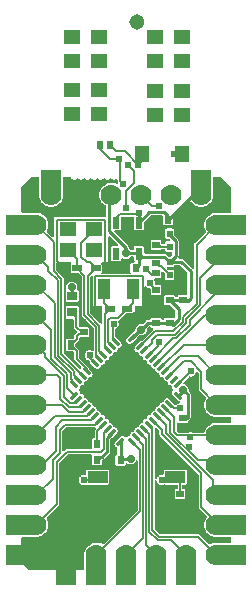
<source format=gtl>
%FSLAX36Y36*%
%MOIN*%

%AMMACRO1*21,1,$1,$2,0,0,$3*%
%AMMACRO2*1,1,$1,$2,$3*1,1,$1,$4,$5*20,1,$1,$2,$3,$4,$5,0*%
%ADD10C,0.0050*%
%ADD11C,0.0100*%
%ADD12C,0.0060*%
%ADD13C,0.0070*%
%ADD14C,0.0080*%
%ADD15C,0.0200*%
%ADD16R,0.0700X0.0500*%
%ADD17R,0.0571X0.0457*%
%ADD18R,0.0256X0.0236*%
%ADD19R,0.0236X0.0256*%
%ADD20MACRO1,0.0213X0.0311X-90.0000*%
%ADD21MACRO1,0.0213X0.0311X90.0000*%
%ADD22MACRO1,0.0213X0.0311X0.0000*%
%ADD23R,0.0213X0.0311*%
%ADD24R,0.0340X0.0315*%
%ADD25R,0.0236X0.0394*%
%ADD26R,0.0197X0.0236*%
%ADD27R,0.0669X0.0394*%
%ADD28MACRO2,0.011X-0.0086X0.0086X0.0086X-0.0086*%
%ADD29MACRO2,0.011X-0.0086X-0.0086X0.0086X0.0086*%
%ADD30MACRO1,0.2165X0.2165X-135.0000*%
%ADD31R,0.0551X0.0472*%
%ADD32R,0.0394X0.0709*%
%ADD33R,0.0472X0.0551*%
%ADD34C,0.0514*%
%ADD35C,0.0700*%
%ADD36R,0.1000X0.0700*%
%ADD37R,0.0700X0.1000*%
%ADD38C,0.0240*%
%ADD39C,0.0280*%
%ADD40C,0.0138*%

%LPD*%
G36*
X206000Y-771740D02*
G01*
X204460Y-771440D01*
X203180Y-770580D01*
X186780Y-754200D01*
X185880Y-752800D01*
X185620Y-751160D01*
X186040Y-749560D01*
X188000Y-745699D01*
X189760Y-740620D01*
X190840Y-735360D01*
X191200Y-730000D01*
X190840Y-724640D01*
X189760Y-719380D01*
X188000Y-714300D01*
X185580Y-709520D01*
X182540Y-705100D01*
X178939Y-701100D01*
X174840Y-697640D01*
X170320Y-694760D01*
X165440Y-692500D01*
X160320Y-690900D01*
X155020Y-690020D01*
X149740Y-689800D01*
X105200Y-689800D01*
X103660Y-689500D01*
X102380Y-688620D01*
X101500Y-687340D01*
X101199Y-685800D01*
X101199Y-606740D01*
X101500Y-605200D01*
X102380Y-603920D01*
X134920Y-571380D01*
X136200Y-570500D01*
X137740Y-570200D01*
X155800Y-570200D01*
X157340Y-570500D01*
X158620Y-571380D01*
X159500Y-572660D01*
X159800Y-574200D01*
X159800Y-629740D01*
X160000Y-631300D01*
X160799Y-633140D01*
X161100Y-634200D01*
X161620Y-638000D01*
X163039Y-643180D01*
X165120Y-648120D01*
X167860Y-652740D01*
X171200Y-656960D01*
X175060Y-660699D01*
X179380Y-663880D01*
X184080Y-666460D01*
X189100Y-668379D01*
X194320Y-669640D01*
X199660Y-670160D01*
X205020Y-669980D01*
X210320Y-669100D01*
X215440Y-667500D01*
X220320Y-665240D01*
X224840Y-662360D01*
X228939Y-658900D01*
X232540Y-654900D01*
X235580Y-650480D01*
X238000Y-645699D01*
X239760Y-640620D01*
X240840Y-635360D01*
X241200Y-630000D01*
X240840Y-624640D01*
X240280Y-621920D01*
X240200Y-621120D01*
X240200Y-574200D01*
X240500Y-572660D01*
X241380Y-571380D01*
X242659Y-570500D01*
X244200Y-570200D01*
X263820Y-570200D01*
X265420Y-570540D01*
X266740Y-571480D01*
X267600Y-572880D01*
X267940Y-573840D01*
X269260Y-575960D01*
X271040Y-577740D01*
X273160Y-579060D01*
X275520Y-579900D01*
X278000Y-580180D01*
X280480Y-579900D01*
X282840Y-579060D01*
X284960Y-577740D01*
X286180Y-576540D01*
X287460Y-575660D01*
X289000Y-575360D01*
X290540Y-575660D01*
X291820Y-576540D01*
X293040Y-577740D01*
X295160Y-579060D01*
X297520Y-579900D01*
X300000Y-580180D01*
X302480Y-579900D01*
X304840Y-579060D01*
X306960Y-577740D01*
X308180Y-576540D01*
X309460Y-575660D01*
X311000Y-575360D01*
X312540Y-575660D01*
X313820Y-576540D01*
X315040Y-577740D01*
X317160Y-579060D01*
X319520Y-579900D01*
X322000Y-580180D01*
X324480Y-579900D01*
X326840Y-579060D01*
X328960Y-577740D01*
X330180Y-576540D01*
X331460Y-575660D01*
X333000Y-575360D01*
X334540Y-575660D01*
X335820Y-576540D01*
X337040Y-577740D01*
X339159Y-579060D01*
X341520Y-579900D01*
X344000Y-580180D01*
X346480Y-579900D01*
X348840Y-579060D01*
X350959Y-577740D01*
X352180Y-576540D01*
X353459Y-575660D01*
X355000Y-575360D01*
X356540Y-575660D01*
X357819Y-576540D01*
X359040Y-577740D01*
X361160Y-579060D01*
X363519Y-579900D01*
X366000Y-580180D01*
X368480Y-579900D01*
X370840Y-579060D01*
X372960Y-577740D01*
X374180Y-576540D01*
X375460Y-575660D01*
X377000Y-575360D01*
X378540Y-575660D01*
X379820Y-576540D01*
X381040Y-577740D01*
X383160Y-579060D01*
X385520Y-579900D01*
X388000Y-580180D01*
X390480Y-579900D01*
X392840Y-579060D01*
X394960Y-577740D01*
X396180Y-576540D01*
X397460Y-575660D01*
X399000Y-575360D01*
X400540Y-575660D01*
X401820Y-576540D01*
X403040Y-577740D01*
X405160Y-579060D01*
X407520Y-579900D01*
X410000Y-580180D01*
X412480Y-579900D01*
X414840Y-579060D01*
X415680Y-578560D01*
X417260Y-577980D01*
X418960Y-578100D01*
X420439Y-578920D01*
X421440Y-580280D01*
X421800Y-581940D01*
X421800Y-582760D01*
X422060Y-584960D01*
X422780Y-586820D01*
X423400Y-587740D01*
X424000Y-589180D01*
X423980Y-590980D01*
X423440Y-592320D01*
X422480Y-593400D01*
X421200Y-594060D01*
X419760Y-594200D01*
X418360Y-593840D01*
X415439Y-592500D01*
X410319Y-590900D01*
X405020Y-590020D01*
X399660Y-589840D01*
X394320Y-590360D01*
X389099Y-591620D01*
X384080Y-593540D01*
X379380Y-596120D01*
X375060Y-599300D01*
X371200Y-603040D01*
X367860Y-607260D01*
X365120Y-611880D01*
X363040Y-616820D01*
X361620Y-622000D01*
X360900Y-627320D01*
X360900Y-632680D01*
X361620Y-638000D01*
X363040Y-643180D01*
X365120Y-648120D01*
X367860Y-652740D01*
X371200Y-656960D01*
X375060Y-660699D01*
X379380Y-663880D01*
X381719Y-665160D01*
X382819Y-666060D01*
X383540Y-667280D01*
X383800Y-668680D01*
X383800Y-701000D01*
X383500Y-702540D01*
X382620Y-703820D01*
X381340Y-704700D01*
X379799Y-705000D01*
X210400Y-705000D01*
X210000Y-705400D01*
X210000Y-767740D01*
X209700Y-769280D01*
X208820Y-770580D01*
X207540Y-771440D01*
G37*

%LPD*%
G36*
X672800Y-876720D02*
G01*
X671260Y-876420D01*
X669980Y-875540D01*
X640600Y-846160D01*
X638720Y-844659D01*
X636660Y-843680D01*
X634440Y-843180D01*
X633180Y-843100D01*
X627940Y-843100D01*
X626400Y-842780D01*
X625080Y-841900D01*
X624220Y-840580D01*
X623940Y-839040D01*
X624280Y-837500D01*
X624940Y-835620D01*
X625200Y-833240D01*
X625200Y-783460D01*
X624940Y-781080D01*
X624180Y-778920D01*
X622960Y-777000D01*
X622140Y-776060D01*
X611220Y-765140D01*
X610340Y-763840D01*
X610040Y-762320D01*
X610040Y-747860D01*
X609840Y-746260D01*
X609320Y-745020D01*
X608500Y-743940D01*
X607420Y-743120D01*
X606180Y-742600D01*
X604580Y-742400D01*
X585420Y-742400D01*
X583820Y-742600D01*
X582580Y-743120D01*
X581500Y-743940D01*
X580680Y-745020D01*
X580160Y-746260D01*
X579960Y-747860D01*
X579960Y-770960D01*
X580160Y-772560D01*
X580680Y-773800D01*
X581500Y-774880D01*
X582580Y-775699D01*
X583820Y-776220D01*
X585420Y-776420D01*
X591980Y-776420D01*
X593520Y-776720D01*
X594820Y-777600D01*
X596100Y-778880D01*
X596980Y-780180D01*
X597280Y-781700D01*
X596980Y-783240D01*
X596100Y-784539D01*
X594800Y-785400D01*
X593280Y-785699D01*
X585420Y-785699D01*
X583820Y-785920D01*
X582580Y-786440D01*
X581500Y-787260D01*
X580680Y-788319D01*
X580180Y-789560D01*
X579920Y-791520D01*
X579500Y-792880D01*
X578600Y-794020D01*
X577380Y-794760D01*
X575960Y-795020D01*
X572000Y-795020D01*
X570460Y-794700D01*
X569160Y-793840D01*
X568300Y-792540D01*
X568000Y-791020D01*
X568000Y-785160D01*
X567780Y-783560D01*
X567260Y-782300D01*
X566440Y-781240D01*
X565380Y-780420D01*
X564140Y-779900D01*
X562540Y-779700D01*
X537460Y-779700D01*
X535860Y-779900D01*
X534620Y-780420D01*
X533560Y-781240D01*
X532740Y-782300D01*
X532220Y-783560D01*
X532000Y-785160D01*
X532000Y-808240D01*
X532220Y-809840D01*
X532740Y-811100D01*
X533560Y-812159D01*
X534620Y-812980D01*
X535860Y-813500D01*
X537460Y-813720D01*
X562540Y-813720D01*
X564140Y-813500D01*
X565380Y-812980D01*
X567460Y-811140D01*
X568560Y-810600D01*
X569760Y-810420D01*
X575960Y-810420D01*
X577380Y-810680D01*
X578600Y-811420D01*
X579500Y-812540D01*
X579920Y-813920D01*
X580180Y-815879D01*
X580680Y-817120D01*
X581500Y-818180D01*
X582600Y-819020D01*
X583420Y-819760D01*
X600800Y-819720D01*
X602340Y-820040D01*
X603620Y-820900D01*
X604500Y-822200D01*
X604800Y-823720D01*
X604800Y-827460D01*
X604500Y-829000D01*
X603620Y-830300D01*
X598760Y-835160D01*
X597460Y-836040D01*
X595940Y-836340D01*
X594060Y-836340D01*
X592540Y-836040D01*
X591240Y-835160D01*
X584260Y-828280D01*
X582280Y-827000D01*
X581240Y-826000D01*
X579800Y-826180D01*
X577660Y-825980D01*
X513400Y-825980D01*
X511880Y-825680D01*
X510580Y-824820D01*
X509720Y-823520D01*
X509400Y-821979D01*
X509400Y-806760D01*
X509200Y-805160D01*
X508680Y-803920D01*
X507860Y-802840D01*
X506780Y-802020D01*
X505540Y-801520D01*
X503940Y-801300D01*
X480840Y-801300D01*
X479240Y-801520D01*
X478000Y-802020D01*
X476940Y-802840D01*
X476120Y-803920D01*
X475600Y-805160D01*
X475379Y-806760D01*
X475379Y-810800D01*
X475080Y-812340D01*
X474219Y-813620D01*
X472920Y-814500D01*
X471380Y-814800D01*
X468220Y-814800D01*
X467020Y-814620D01*
X465920Y-814060D01*
X465040Y-813220D01*
X464180Y-812080D01*
X461420Y-809560D01*
X460580Y-808480D01*
X460160Y-807200D01*
X459920Y-805699D01*
X459180Y-803580D01*
X457960Y-801640D01*
X457140Y-800699D01*
X411960Y-755540D01*
X411100Y-754240D01*
X410780Y-752700D01*
X411100Y-751180D01*
X411960Y-749880D01*
X413260Y-749000D01*
X414780Y-748700D01*
X429140Y-748700D01*
X430740Y-748500D01*
X432000Y-747980D01*
X433060Y-747159D01*
X433880Y-746080D01*
X434400Y-744840D01*
X434620Y-743240D01*
X434620Y-706700D01*
X434920Y-705160D01*
X435780Y-703880D01*
X437080Y-703000D01*
X438620Y-702700D01*
X471400Y-702700D01*
X472920Y-703000D01*
X474219Y-703880D01*
X475080Y-705160D01*
X475400Y-706700D01*
X475400Y-743240D01*
X475600Y-744840D01*
X476120Y-746100D01*
X476940Y-747159D01*
X478000Y-747980D01*
X479260Y-748500D01*
X480860Y-748700D01*
X503940Y-748700D01*
X505540Y-748500D01*
X506800Y-747980D01*
X507860Y-747159D01*
X508680Y-746100D01*
X509200Y-744840D01*
X509420Y-743240D01*
X509420Y-722860D01*
X509720Y-721340D01*
X510580Y-720040D01*
X531260Y-699380D01*
X532560Y-698500D01*
X534080Y-698199D01*
X568700Y-698199D01*
X570220Y-698500D01*
X571520Y-699380D01*
X572380Y-700660D01*
X572700Y-702200D01*
X572700Y-725540D01*
X572900Y-727140D01*
X573420Y-728379D01*
X574240Y-729440D01*
X575300Y-730260D01*
X576560Y-730780D01*
X578160Y-731000D01*
X601240Y-731000D01*
X602840Y-730780D01*
X604100Y-730260D01*
X605160Y-729440D01*
X605980Y-728379D01*
X606500Y-727140D01*
X606720Y-725540D01*
X606720Y-712080D01*
X607020Y-710540D01*
X607880Y-709240D01*
X663139Y-653980D01*
X664560Y-653060D01*
X666200Y-652820D01*
X667820Y-653259D01*
X669120Y-654320D01*
X671200Y-656960D01*
X675060Y-660699D01*
X679380Y-663880D01*
X684080Y-666460D01*
X689100Y-668379D01*
X694320Y-669640D01*
X699659Y-670160D01*
X705020Y-669980D01*
X710320Y-669100D01*
X715440Y-667500D01*
X720320Y-665240D01*
X724840Y-662360D01*
X728940Y-658900D01*
X732540Y-654900D01*
X735580Y-650480D01*
X738000Y-645699D01*
X739760Y-640620D01*
X740840Y-635360D01*
X741200Y-630000D01*
X740840Y-624640D01*
X740280Y-621920D01*
X740200Y-621120D01*
X740200Y-574200D01*
X740500Y-572660D01*
X741380Y-571380D01*
X742660Y-570500D01*
X744200Y-570200D01*
X764260Y-570200D01*
X765800Y-570500D01*
X767080Y-571380D01*
X799620Y-603920D01*
X800500Y-605200D01*
X800800Y-606740D01*
X800800Y-685800D01*
X800500Y-687340D01*
X799620Y-688620D01*
X798340Y-689500D01*
X796800Y-689800D01*
X750200Y-689800D01*
X744300Y-690380D01*
X739100Y-691620D01*
X734080Y-693540D01*
X729380Y-696120D01*
X725060Y-699300D01*
X721200Y-703040D01*
X717860Y-707260D01*
X715120Y-711880D01*
X713040Y-716820D01*
X711620Y-722000D01*
X710900Y-727320D01*
X710900Y-732680D01*
X711620Y-738000D01*
X713040Y-743180D01*
X715120Y-748120D01*
X715840Y-749320D01*
X716380Y-750980D01*
X716160Y-752700D01*
X715220Y-754180D01*
X679240Y-790160D01*
X677760Y-792200D01*
X677060Y-794040D01*
X676800Y-796240D01*
X676800Y-872720D01*
X676500Y-874240D01*
X675620Y-875540D01*
X674340Y-876420D01*
G37*

%LPD*%
G36*
X371480Y-895000D02*
G01*
X369739Y-894620D01*
X368360Y-893520D01*
X367580Y-891940D01*
X367560Y-890160D01*
X368560Y-888220D01*
X369080Y-886960D01*
X369300Y-885360D01*
X369300Y-864640D01*
X369080Y-863040D01*
X367560Y-859840D01*
X367580Y-858060D01*
X368360Y-856480D01*
X369739Y-855380D01*
X371480Y-855000D01*
X389600Y-855000D01*
X390000Y-854599D01*
X390000Y-772080D01*
X390300Y-770560D01*
X391180Y-769260D01*
X392460Y-768379D01*
X394000Y-768080D01*
X395540Y-768379D01*
X396820Y-769260D01*
X422040Y-794460D01*
X422920Y-795759D01*
X423220Y-797300D01*
X422920Y-798820D01*
X422040Y-800120D01*
X420740Y-801000D01*
X419219Y-801300D01*
X406040Y-801300D01*
X404440Y-801500D01*
X403200Y-802020D01*
X402140Y-802840D01*
X401320Y-803920D01*
X400800Y-805160D01*
X400580Y-806760D01*
X400580Y-845600D01*
X400800Y-847200D01*
X401320Y-848439D01*
X402140Y-849520D01*
X403200Y-850340D01*
X404440Y-850860D01*
X406040Y-851060D01*
X429140Y-851060D01*
X430740Y-850860D01*
X431980Y-850340D01*
X433060Y-849520D01*
X433880Y-848439D01*
X434400Y-847200D01*
X434600Y-845120D01*
X434960Y-843460D01*
X435959Y-842120D01*
X437440Y-841280D01*
X439120Y-841140D01*
X440720Y-841720D01*
X441440Y-842180D01*
X444760Y-843460D01*
X448240Y-844100D01*
X451780Y-844100D01*
X455240Y-843460D01*
X458560Y-842180D01*
X461560Y-840300D01*
X464180Y-837920D01*
X465040Y-836780D01*
X465920Y-835939D01*
X467020Y-835380D01*
X468220Y-835200D01*
X471380Y-835200D01*
X472920Y-835500D01*
X474219Y-836380D01*
X475080Y-837660D01*
X475379Y-839200D01*
X475379Y-845600D01*
X475600Y-847200D01*
X476120Y-848460D01*
X478400Y-851080D01*
X478880Y-852660D01*
X478680Y-854300D01*
X477840Y-855699D01*
X476500Y-856660D01*
X474900Y-857000D01*
X470160Y-857000D01*
X468560Y-857220D01*
X467299Y-857740D01*
X466240Y-858560D01*
X465420Y-859620D01*
X464900Y-860860D01*
X464700Y-862460D01*
X464700Y-887540D01*
X465340Y-891000D01*
X465040Y-892540D01*
X464180Y-893820D01*
X462879Y-894700D01*
X461340Y-895000D01*
G37*

%LPD*%
G36*
X246180Y-949580D02*
G01*
X244660Y-949260D01*
X243359Y-948400D01*
X242500Y-947099D01*
X242200Y-945580D01*
X242200Y-942280D01*
X242540Y-940680D01*
X243460Y-939360D01*
X244860Y-938520D01*
X246460Y-938280D01*
X248039Y-938720D01*
X249300Y-939740D01*
X250040Y-941180D01*
X250780Y-943760D01*
X250920Y-945180D01*
X250560Y-946540D01*
X249740Y-947700D01*
X249000Y-948420D01*
X247700Y-949280D01*
G37*

%LPD*%
G36*
X367060Y-1059520D02*
G01*
X365520Y-1059200D01*
X364240Y-1058340D01*
X330880Y-1024980D01*
X330000Y-1023680D01*
X329700Y-1022159D01*
X329700Y-906340D01*
X330000Y-904820D01*
X330880Y-903520D01*
X333180Y-901220D01*
X334460Y-900360D01*
X336000Y-900040D01*
X337540Y-900360D01*
X338820Y-901220D01*
X339700Y-902520D01*
X340000Y-904040D01*
X340000Y-1019599D01*
X340400Y-1020000D01*
X367740Y-1020000D01*
X369240Y-1020300D01*
X370540Y-1021140D01*
X371400Y-1022400D01*
X371740Y-1023900D01*
X371320Y-1025860D01*
X371060Y-1027940D01*
X371060Y-1055520D01*
X370760Y-1057040D01*
X369880Y-1058340D01*
X368600Y-1059200D01*
G37*

%LPD*%
G36*
X246200Y-1115800D02*
G01*
X244660Y-1115500D01*
X243380Y-1114620D01*
X242500Y-1113320D01*
X242200Y-1111800D01*
X242200Y-1044419D01*
X242540Y-1042820D01*
X243480Y-1041500D01*
X244899Y-1040639D01*
X246520Y-1040440D01*
X248080Y-1040900D01*
X250420Y-1042780D01*
X251660Y-1043300D01*
X253260Y-1043500D01*
X271800Y-1043500D01*
X273340Y-1043800D01*
X274620Y-1044680D01*
X275500Y-1045980D01*
X275800Y-1047500D01*
X275800Y-1069940D01*
X276200Y-1072440D01*
X277000Y-1074220D01*
X278380Y-1075960D01*
X285800Y-1083400D01*
X286680Y-1084700D01*
X286980Y-1086240D01*
X286680Y-1087760D01*
X285800Y-1089060D01*
X278980Y-1095900D01*
X277760Y-1097660D01*
X277060Y-1099500D01*
X276800Y-1101700D01*
X276800Y-1106400D01*
X276500Y-1107940D01*
X275320Y-1109540D01*
X274040Y-1110400D01*
X272500Y-1110700D01*
X254640Y-1110700D01*
X253039Y-1110920D01*
X251780Y-1111440D01*
X250720Y-1112260D01*
X249020Y-1114620D01*
X247740Y-1115500D01*
G37*

%LPD*%
G36*
X296640Y-1210540D02*
G01*
X294980Y-1210300D01*
X293580Y-1209380D01*
X243380Y-1159180D01*
X242500Y-1157880D01*
X242200Y-1156340D01*
X242200Y-1151120D01*
X242500Y-1149600D01*
X243380Y-1148300D01*
X244660Y-1147420D01*
X246200Y-1147120D01*
X247740Y-1147420D01*
X249020Y-1148300D01*
X250720Y-1150660D01*
X251780Y-1151480D01*
X253039Y-1152000D01*
X254640Y-1152220D01*
X272460Y-1152220D01*
X273980Y-1152520D01*
X275620Y-1153720D01*
X276500Y-1155020D01*
X276800Y-1156560D01*
X276800Y-1175940D01*
X277200Y-1178440D01*
X278000Y-1180220D01*
X279380Y-1181960D01*
X299600Y-1202200D01*
X300400Y-1203320D01*
X300760Y-1204620D01*
X300660Y-1205980D01*
X300280Y-1207500D01*
X299560Y-1209020D01*
X298260Y-1210100D01*
G37*

%LPD*%
G36*
X625860Y-1423040D02*
G01*
X624340Y-1422740D01*
X623040Y-1421860D01*
X620180Y-1419019D01*
X619320Y-1417720D01*
X619020Y-1416180D01*
X619020Y-1393240D01*
X619320Y-1391720D01*
X620180Y-1390420D01*
X621480Y-1389560D01*
X623020Y-1389240D01*
X624540Y-1389560D01*
X625860Y-1390100D01*
X627460Y-1390320D01*
X652540Y-1390320D01*
X654140Y-1390100D01*
X655380Y-1389580D01*
X656440Y-1388760D01*
X657260Y-1387700D01*
X657780Y-1386440D01*
X657960Y-1385100D01*
X658560Y-1383460D01*
X659800Y-1382220D01*
X661340Y-1381260D01*
X662960Y-1379640D01*
X664160Y-1377720D01*
X664920Y-1375560D01*
X665200Y-1373080D01*
X665200Y-1295120D01*
X664940Y-1292740D01*
X664180Y-1290580D01*
X662960Y-1288640D01*
X662140Y-1287700D01*
X660100Y-1285680D01*
X659180Y-1284220D01*
X658960Y-1282480D01*
X659180Y-1280000D01*
X658860Y-1276480D01*
X657880Y-1273080D01*
X656300Y-1269900D01*
X654180Y-1267080D01*
X651560Y-1264700D01*
X648560Y-1262820D01*
X645240Y-1261540D01*
X644080Y-1261340D01*
X642520Y-1260680D01*
X641380Y-1259420D01*
X640840Y-1257820D01*
X641020Y-1256140D01*
X641900Y-1253840D01*
X642480Y-1253120D01*
X658580Y-1237020D01*
X659680Y-1236240D01*
X661000Y-1235860D01*
X665819Y-1236160D01*
X669060Y-1235700D01*
X672140Y-1234620D01*
X674960Y-1233000D01*
X677440Y-1230860D01*
X679460Y-1228280D01*
X680960Y-1225380D01*
X681960Y-1221940D01*
X682740Y-1220480D01*
X684040Y-1219460D01*
X685639Y-1219060D01*
X687260Y-1219320D01*
X688640Y-1220220D01*
X690620Y-1222220D01*
X691500Y-1223520D01*
X691800Y-1225060D01*
X691800Y-1278940D01*
X692200Y-1281440D01*
X693000Y-1283220D01*
X694380Y-1284960D01*
X715220Y-1305820D01*
X716160Y-1307300D01*
X716380Y-1309019D01*
X715840Y-1310680D01*
X715120Y-1311879D01*
X713040Y-1316819D01*
X711620Y-1322000D01*
X710900Y-1327320D01*
X710900Y-1332680D01*
X711620Y-1338000D01*
X713040Y-1343180D01*
X715120Y-1348120D01*
X717860Y-1352740D01*
X721200Y-1356960D01*
X725060Y-1360700D01*
X729380Y-1363880D01*
X734080Y-1366459D01*
X739100Y-1368380D01*
X744300Y-1369620D01*
X750200Y-1370200D01*
X796800Y-1370200D01*
X798340Y-1370500D01*
X799620Y-1371380D01*
X800500Y-1372660D01*
X800800Y-1374199D01*
X800800Y-1385800D01*
X800500Y-1387340D01*
X799620Y-1388620D01*
X798340Y-1389500D01*
X796800Y-1389800D01*
X750200Y-1389800D01*
X744300Y-1390380D01*
X739100Y-1391620D01*
X734080Y-1393540D01*
X729380Y-1396120D01*
X725060Y-1399300D01*
X721200Y-1403040D01*
X717860Y-1407260D01*
X715120Y-1411879D01*
X713040Y-1416819D01*
X712140Y-1420100D01*
X711340Y-1421620D01*
X709960Y-1422660D01*
X708280Y-1423040D01*
X673360Y-1423040D01*
X672320Y-1422900D01*
X671140Y-1422380D01*
X668060Y-1421300D01*
X664820Y-1420840D01*
X661560Y-1421000D01*
X658379Y-1421759D01*
X656380Y-1422680D01*
X654720Y-1423040D01*
G37*

%LPD*%
G36*
X241200Y-1485540D02*
G01*
X239660Y-1485240D01*
X238380Y-1484379D01*
X237500Y-1483080D01*
X237200Y-1481540D01*
X237200Y-1418060D01*
X237500Y-1416519D01*
X238380Y-1415220D01*
X247220Y-1406380D01*
X248520Y-1405500D01*
X250060Y-1405200D01*
X346019Y-1405200D01*
X347700Y-1405580D01*
X349080Y-1406620D01*
X349880Y-1408140D01*
X349960Y-1409880D01*
X349320Y-1411480D01*
X348040Y-1413320D01*
X347380Y-1415040D01*
X347120Y-1417120D01*
X347120Y-1438000D01*
X346820Y-1439540D01*
X345959Y-1440840D01*
X344660Y-1441699D01*
X343120Y-1442000D01*
X342160Y-1442000D01*
X340560Y-1442220D01*
X339300Y-1442740D01*
X338240Y-1443560D01*
X337420Y-1444620D01*
X336900Y-1445860D01*
X336700Y-1447460D01*
X336700Y-1472540D01*
X336920Y-1474280D01*
X336780Y-1475960D01*
X335959Y-1477440D01*
X334600Y-1478440D01*
X332960Y-1478800D01*
X253060Y-1478800D01*
X250560Y-1479199D01*
X248780Y-1480000D01*
X247040Y-1481380D01*
X244020Y-1484379D01*
X242740Y-1485240D01*
G37*

%LPD*%
G36*
X729500Y-1795640D02*
G01*
X727800Y-1795400D01*
X726380Y-1794480D01*
X696480Y-1764600D01*
X694560Y-1763200D01*
X692840Y-1762560D01*
X690759Y-1762300D01*
X564840Y-1762300D01*
X563320Y-1762000D01*
X562020Y-1761120D01*
X546880Y-1745980D01*
X546000Y-1744680D01*
X545700Y-1743160D01*
X545700Y-1586080D01*
X546000Y-1584540D01*
X546880Y-1583240D01*
X548180Y-1582380D01*
X549720Y-1582080D01*
X551260Y-1582400D01*
X552560Y-1583280D01*
X553420Y-1584580D01*
X554720Y-1587880D01*
X556500Y-1590620D01*
X558740Y-1592980D01*
X561400Y-1594880D01*
X564380Y-1596240D01*
X567560Y-1597000D01*
X570820Y-1597160D01*
X574060Y-1596699D01*
X577060Y-1595660D01*
X578480Y-1595440D01*
X580120Y-1595840D01*
X581720Y-1596040D01*
X618300Y-1596040D01*
X619840Y-1596339D01*
X621120Y-1597220D01*
X622000Y-1598520D01*
X622300Y-1600040D01*
X622300Y-1607300D01*
X622000Y-1608820D01*
X621120Y-1610120D01*
X619840Y-1610980D01*
X618300Y-1611300D01*
X615860Y-1611500D01*
X614620Y-1612020D01*
X613560Y-1612840D01*
X612740Y-1613899D01*
X612220Y-1615160D01*
X612000Y-1616759D01*
X612000Y-1639840D01*
X612220Y-1641440D01*
X612740Y-1642700D01*
X613560Y-1643760D01*
X614620Y-1644580D01*
X615860Y-1645100D01*
X617460Y-1645320D01*
X642540Y-1645320D01*
X644140Y-1645100D01*
X645380Y-1644580D01*
X646440Y-1643760D01*
X647260Y-1642700D01*
X647780Y-1641440D01*
X648000Y-1639840D01*
X648000Y-1616759D01*
X647780Y-1615160D01*
X647260Y-1613899D01*
X646440Y-1612840D01*
X645380Y-1612020D01*
X644140Y-1611500D01*
X641700Y-1611300D01*
X640160Y-1610980D01*
X638880Y-1610120D01*
X638000Y-1608820D01*
X637700Y-1607300D01*
X637700Y-1600040D01*
X638000Y-1598520D01*
X638880Y-1597220D01*
X640160Y-1596339D01*
X641700Y-1596040D01*
X648120Y-1596040D01*
X649720Y-1595840D01*
X650960Y-1595320D01*
X652039Y-1594500D01*
X652860Y-1593420D01*
X653379Y-1592180D01*
X653580Y-1590580D01*
X653580Y-1551740D01*
X653379Y-1550140D01*
X652860Y-1548880D01*
X652039Y-1547820D01*
X650960Y-1547000D01*
X649720Y-1546480D01*
X648120Y-1546279D01*
X581720Y-1546279D01*
X580120Y-1546480D01*
X578880Y-1547000D01*
X577800Y-1547820D01*
X576980Y-1548880D01*
X576460Y-1550140D01*
X576260Y-1551740D01*
X576260Y-1559000D01*
X575900Y-1560660D01*
X574880Y-1562020D01*
X573380Y-1562840D01*
X571680Y-1562960D01*
X570820Y-1562840D01*
X567560Y-1563000D01*
X564380Y-1563760D01*
X561400Y-1565120D01*
X558740Y-1567020D01*
X556500Y-1569379D01*
X554720Y-1572120D01*
X553420Y-1575420D01*
X552560Y-1576720D01*
X551260Y-1577600D01*
X549720Y-1577920D01*
X548180Y-1577620D01*
X546880Y-1576759D01*
X546000Y-1575460D01*
X545700Y-1573920D01*
X545700Y-1410860D01*
X546000Y-1409319D01*
X546880Y-1408020D01*
X548160Y-1407160D01*
X549700Y-1406860D01*
X551240Y-1407160D01*
X552520Y-1408020D01*
X559720Y-1415220D01*
X560600Y-1416519D01*
X560900Y-1418060D01*
X560920Y-1427420D01*
X561300Y-1429540D01*
X562100Y-1431320D01*
X563480Y-1433060D01*
X690620Y-1560220D01*
X691500Y-1561519D01*
X691800Y-1563060D01*
X691800Y-1669940D01*
X692200Y-1672440D01*
X693000Y-1674220D01*
X694380Y-1675960D01*
X718780Y-1700380D01*
X719599Y-1701579D01*
X719960Y-1702980D01*
X719780Y-1704420D01*
X719100Y-1705700D01*
X717860Y-1707260D01*
X715120Y-1711879D01*
X713040Y-1716819D01*
X711620Y-1722000D01*
X710900Y-1727320D01*
X710900Y-1732680D01*
X711620Y-1738000D01*
X713040Y-1743180D01*
X715120Y-1748120D01*
X717860Y-1752740D01*
X721200Y-1756960D01*
X725060Y-1760700D01*
X729380Y-1763880D01*
X734080Y-1766459D01*
X739100Y-1768380D01*
X744300Y-1769620D01*
X750200Y-1770200D01*
X796800Y-1770200D01*
X798340Y-1770500D01*
X799620Y-1771380D01*
X800500Y-1772660D01*
X800800Y-1774199D01*
X800800Y-1785800D01*
X800500Y-1787340D01*
X799620Y-1788620D01*
X798340Y-1789500D01*
X796800Y-1789800D01*
X750200Y-1789800D01*
X744300Y-1790380D01*
X739100Y-1791620D01*
X734080Y-1793540D01*
X731120Y-1795160D01*
G37*

%LPD*%
G36*
X127739Y-1879800D02*
G01*
X126199Y-1879500D01*
X124920Y-1878620D01*
X102380Y-1856080D01*
X101500Y-1854800D01*
X101199Y-1853260D01*
X101199Y-1774199D01*
X101500Y-1772660D01*
X102380Y-1771380D01*
X103660Y-1770500D01*
X105200Y-1770200D01*
X149740Y-1770200D01*
X155020Y-1769980D01*
X160320Y-1769100D01*
X165440Y-1767500D01*
X170320Y-1765240D01*
X174840Y-1762360D01*
X178939Y-1758899D01*
X182540Y-1754900D01*
X185580Y-1750480D01*
X188000Y-1745700D01*
X189760Y-1740620D01*
X190840Y-1735360D01*
X191200Y-1730000D01*
X190840Y-1724640D01*
X189760Y-1719379D01*
X188000Y-1714300D01*
X186040Y-1710440D01*
X185620Y-1708839D01*
X185880Y-1707200D01*
X186780Y-1705800D01*
X225760Y-1666840D01*
X227240Y-1664800D01*
X227940Y-1662960D01*
X228200Y-1660760D01*
X228200Y-1525060D01*
X228500Y-1523520D01*
X229380Y-1522220D01*
X255219Y-1496380D01*
X256520Y-1495500D01*
X258060Y-1495200D01*
X332960Y-1495200D01*
X334600Y-1495560D01*
X335959Y-1496560D01*
X336780Y-1498040D01*
X336920Y-1499720D01*
X336700Y-1501459D01*
X336700Y-1526540D01*
X336900Y-1528140D01*
X337420Y-1529379D01*
X338240Y-1530440D01*
X339300Y-1531260D01*
X340560Y-1531780D01*
X342160Y-1532000D01*
X365240Y-1532000D01*
X366840Y-1531780D01*
X368100Y-1531260D01*
X369159Y-1530440D01*
X369980Y-1529379D01*
X370500Y-1528140D01*
X370720Y-1526540D01*
X370720Y-1516960D01*
X370980Y-1515520D01*
X371740Y-1514259D01*
X372920Y-1513380D01*
X374480Y-1512580D01*
X376300Y-1511140D01*
X395140Y-1492300D01*
X396640Y-1490420D01*
X397620Y-1488360D01*
X398120Y-1486140D01*
X398200Y-1484880D01*
X398200Y-1445580D01*
X398380Y-1444400D01*
X398900Y-1443340D01*
X399700Y-1442460D01*
X401800Y-1440800D01*
X418740Y-1423860D01*
X420360Y-1421800D01*
X421400Y-1419640D01*
X421940Y-1417320D01*
X421940Y-1414920D01*
X421400Y-1412580D01*
X420360Y-1410440D01*
X418880Y-1408560D01*
X417000Y-1407080D01*
X414840Y-1406040D01*
X412520Y-1405500D01*
X410480Y-1405200D01*
X409180Y-1404319D01*
X408320Y-1403040D01*
X408000Y-1401000D01*
X407480Y-1398660D01*
X406440Y-1396500D01*
X404940Y-1394640D01*
X403080Y-1393140D01*
X400920Y-1392100D01*
X398579Y-1391560D01*
X396540Y-1391260D01*
X395260Y-1390400D01*
X394380Y-1389100D01*
X394080Y-1387060D01*
X393540Y-1384720D01*
X392500Y-1382580D01*
X391019Y-1380700D01*
X389140Y-1379220D01*
X386980Y-1378180D01*
X384660Y-1377640D01*
X382620Y-1377340D01*
X381320Y-1376459D01*
X380460Y-1375180D01*
X380140Y-1373140D01*
X379620Y-1370800D01*
X378579Y-1368640D01*
X377080Y-1366780D01*
X375220Y-1365280D01*
X373060Y-1364240D01*
X370720Y-1363700D01*
X368760Y-1363400D01*
X367460Y-1362540D01*
X366599Y-1361240D01*
X366300Y-1359280D01*
X365760Y-1356940D01*
X364720Y-1354780D01*
X363220Y-1352920D01*
X361360Y-1351420D01*
X359200Y-1350380D01*
X356860Y-1349860D01*
X354820Y-1349540D01*
X353540Y-1348680D01*
X352660Y-1347380D01*
X352360Y-1345340D01*
X351820Y-1343020D01*
X350780Y-1340860D01*
X349300Y-1338980D01*
X347420Y-1337500D01*
X345280Y-1336459D01*
X342939Y-1335920D01*
X340900Y-1335620D01*
X339600Y-1334740D01*
X338740Y-1333460D01*
X338440Y-1331420D01*
X337900Y-1329079D01*
X336860Y-1326920D01*
X335360Y-1325060D01*
X333500Y-1323560D01*
X331340Y-1322520D01*
X329000Y-1322000D01*
X326960Y-1321680D01*
X325680Y-1320820D01*
X324799Y-1319520D01*
X324500Y-1317480D01*
X323960Y-1315160D01*
X322920Y-1313000D01*
X321440Y-1311120D01*
X319560Y-1309640D01*
X317420Y-1308600D01*
X315080Y-1308060D01*
X313040Y-1307760D01*
X311740Y-1306879D01*
X310880Y-1305600D01*
X310580Y-1303560D01*
X310040Y-1301220D01*
X309000Y-1299060D01*
X307500Y-1297200D01*
X305640Y-1295700D01*
X303480Y-1294660D01*
X301140Y-1294139D01*
X299100Y-1293820D01*
X297820Y-1292960D01*
X296940Y-1291660D01*
X296640Y-1289620D01*
X296100Y-1287300D01*
X295060Y-1285140D01*
X292460Y-1282060D01*
X291960Y-1280720D01*
X291960Y-1279280D01*
X292460Y-1277940D01*
X293580Y-1276740D01*
X295060Y-1274880D01*
X296100Y-1272720D01*
X296640Y-1270380D01*
X296940Y-1268340D01*
X297800Y-1267040D01*
X299100Y-1266180D01*
X301140Y-1265880D01*
X303480Y-1265340D01*
X305640Y-1264300D01*
X307500Y-1262820D01*
X309000Y-1260940D01*
X310040Y-1258780D01*
X310560Y-1256460D01*
X310880Y-1254420D01*
X311740Y-1253120D01*
X313040Y-1252240D01*
X315080Y-1251940D01*
X317400Y-1251420D01*
X319560Y-1250380D01*
X321440Y-1248880D01*
X322920Y-1247020D01*
X323960Y-1244860D01*
X324500Y-1242520D01*
X324799Y-1240480D01*
X325660Y-1239180D01*
X326960Y-1238320D01*
X329000Y-1238020D01*
X331340Y-1237480D01*
X333500Y-1236440D01*
X335360Y-1234960D01*
X336860Y-1233080D01*
X337900Y-1230920D01*
X338420Y-1228600D01*
X338420Y-1226200D01*
X337900Y-1223860D01*
X336860Y-1221700D01*
X335220Y-1219660D01*
X328560Y-1213000D01*
X327720Y-1211760D01*
X327000Y-1207760D01*
X326200Y-1205980D01*
X324820Y-1204240D01*
X294380Y-1173780D01*
X293500Y-1172480D01*
X293200Y-1170940D01*
X293200Y-1151560D01*
X292800Y-1149060D01*
X292000Y-1147280D01*
X290620Y-1145540D01*
X282000Y-1136900D01*
X281140Y-1135600D01*
X280840Y-1134080D01*
X280840Y-1128880D01*
X281140Y-1127360D01*
X282000Y-1126060D01*
X290620Y-1117420D01*
X292000Y-1115680D01*
X292800Y-1113900D01*
X293180Y-1111820D01*
X293200Y-1109280D01*
X293520Y-1107760D01*
X294380Y-1106480D01*
X295680Y-1105620D01*
X297200Y-1105300D01*
X322540Y-1105320D01*
X324140Y-1105100D01*
X325379Y-1104580D01*
X326440Y-1103760D01*
X327260Y-1102700D01*
X327780Y-1101440D01*
X328000Y-1099840D01*
X328000Y-1076760D01*
X327780Y-1075160D01*
X327260Y-1073900D01*
X326440Y-1072840D01*
X325379Y-1072020D01*
X324140Y-1071500D01*
X322540Y-1071300D01*
X298540Y-1071300D01*
X297020Y-1070980D01*
X295720Y-1070120D01*
X293380Y-1067780D01*
X292500Y-1066480D01*
X292200Y-1064940D01*
X292220Y-1007060D01*
X292000Y-1005480D01*
X291480Y-1004220D01*
X290660Y-1003160D01*
X289600Y-1002340D01*
X288340Y-1001820D01*
X286760Y-1001600D01*
X253260Y-1001600D01*
X251660Y-1001820D01*
X250420Y-1002340D01*
X248080Y-1004200D01*
X246520Y-1004659D01*
X244899Y-1004460D01*
X243480Y-1003620D01*
X242540Y-1002280D01*
X242200Y-1000680D01*
X242200Y-989320D01*
X242540Y-987720D01*
X243480Y-986380D01*
X244899Y-985540D01*
X246520Y-985340D01*
X248080Y-985800D01*
X250420Y-987660D01*
X251660Y-988180D01*
X253260Y-988400D01*
X286760Y-988400D01*
X288340Y-988180D01*
X289600Y-987660D01*
X290660Y-986840D01*
X291480Y-985780D01*
X292000Y-984520D01*
X292220Y-982940D01*
X292220Y-951960D01*
X292000Y-950360D01*
X291480Y-949120D01*
X290700Y-948080D01*
X289040Y-946880D01*
X287960Y-945680D01*
X287440Y-944160D01*
X287560Y-942560D01*
X287860Y-941520D01*
X288180Y-938000D01*
X287860Y-934479D01*
X286880Y-931080D01*
X285300Y-927900D01*
X283180Y-925080D01*
X280560Y-922700D01*
X277560Y-920819D01*
X274240Y-919539D01*
X270780Y-918900D01*
X267240Y-918900D01*
X263760Y-919539D01*
X260440Y-920819D01*
X257440Y-922700D01*
X254820Y-925080D01*
X252700Y-927900D01*
X251119Y-931080D01*
X250040Y-934820D01*
X249300Y-936260D01*
X248039Y-937280D01*
X246460Y-937720D01*
X244860Y-937480D01*
X243460Y-936640D01*
X242540Y-935320D01*
X242200Y-933720D01*
X242200Y-910060D01*
X241800Y-907560D01*
X241000Y-905780D01*
X239620Y-904040D01*
X218380Y-882780D01*
X217500Y-881480D01*
X217200Y-879940D01*
X217200Y-859000D01*
X217500Y-857460D01*
X218380Y-856180D01*
X219660Y-855300D01*
X221200Y-855000D01*
X263520Y-855000D01*
X265260Y-855380D01*
X266640Y-856480D01*
X267420Y-858060D01*
X267440Y-859840D01*
X266440Y-861780D01*
X265920Y-863040D01*
X265700Y-864640D01*
X265700Y-885360D01*
X265920Y-886960D01*
X266440Y-888220D01*
X267260Y-889280D01*
X268320Y-890100D01*
X269560Y-890620D01*
X271160Y-890840D01*
X289780Y-890840D01*
X291320Y-891140D01*
X292620Y-892000D01*
X302120Y-901520D01*
X303000Y-902820D01*
X303300Y-904340D01*
X303300Y-1030939D01*
X303680Y-1033280D01*
X304440Y-1034960D01*
X305720Y-1036620D01*
X342020Y-1072920D01*
X342900Y-1074220D01*
X343200Y-1075740D01*
X343200Y-1146520D01*
X342860Y-1148140D01*
X341880Y-1149500D01*
X340439Y-1150320D01*
X338780Y-1150500D01*
X337200Y-1149980D01*
X336140Y-1149380D01*
X333060Y-1148300D01*
X329820Y-1147840D01*
X326560Y-1148000D01*
X323380Y-1148760D01*
X320400Y-1150120D01*
X317740Y-1152020D01*
X315500Y-1154380D01*
X313720Y-1157120D01*
X312520Y-1160160D01*
X311900Y-1163360D01*
X311900Y-1166640D01*
X312520Y-1169840D01*
X313720Y-1172880D01*
X315500Y-1175620D01*
X317740Y-1177980D01*
X320400Y-1179880D01*
X323380Y-1181240D01*
X325100Y-1181660D01*
X326440Y-1182260D01*
X327480Y-1183300D01*
X328060Y-1184660D01*
X328320Y-1185800D01*
X329360Y-1187960D01*
X331000Y-1190000D01*
X347939Y-1206960D01*
X349980Y-1208580D01*
X352140Y-1209620D01*
X354480Y-1210160D01*
X356860Y-1210160D01*
X359200Y-1209620D01*
X361360Y-1208580D01*
X363220Y-1207100D01*
X364720Y-1205220D01*
X365760Y-1203060D01*
X366280Y-1200740D01*
X366599Y-1198760D01*
X367460Y-1197460D01*
X368760Y-1196600D01*
X370720Y-1196300D01*
X373060Y-1195760D01*
X375220Y-1194720D01*
X377080Y-1193240D01*
X378579Y-1191360D01*
X379620Y-1189200D01*
X380140Y-1186880D01*
X380439Y-1184840D01*
X381320Y-1183540D01*
X382620Y-1182660D01*
X384660Y-1182360D01*
X386980Y-1181840D01*
X389140Y-1180800D01*
X391019Y-1179300D01*
X392500Y-1177440D01*
X393540Y-1175280D01*
X394080Y-1172940D01*
X394380Y-1170900D01*
X395240Y-1169600D01*
X396540Y-1168740D01*
X398579Y-1168440D01*
X400920Y-1167900D01*
X403080Y-1166860D01*
X404940Y-1165380D01*
X406440Y-1163500D01*
X407480Y-1161340D01*
X408000Y-1159020D01*
X408300Y-1156980D01*
X409180Y-1155680D01*
X410480Y-1154800D01*
X412520Y-1154500D01*
X414840Y-1153980D01*
X417000Y-1152940D01*
X418880Y-1151440D01*
X420360Y-1149580D01*
X421400Y-1147420D01*
X421940Y-1145080D01*
X422239Y-1143040D01*
X423100Y-1141740D01*
X424400Y-1140880D01*
X426440Y-1140580D01*
X428780Y-1140040D01*
X430940Y-1139000D01*
X432800Y-1137520D01*
X434300Y-1135640D01*
X435340Y-1133480D01*
X435860Y-1131160D01*
X435860Y-1128760D01*
X435340Y-1126420D01*
X434300Y-1124260D01*
X432660Y-1122220D01*
X415720Y-1105280D01*
X414700Y-1104480D01*
X413900Y-1103600D01*
X413380Y-1102520D01*
X413200Y-1101340D01*
X413200Y-1079500D01*
X413540Y-1077900D01*
X414480Y-1076560D01*
X418960Y-1074000D01*
X421440Y-1071860D01*
X423459Y-1069280D01*
X424960Y-1066380D01*
X425880Y-1063260D01*
X426180Y-1060000D01*
X425880Y-1056740D01*
X424960Y-1053620D01*
X424420Y-1052580D01*
X423980Y-1051020D01*
X424200Y-1049420D01*
X425020Y-1048040D01*
X426320Y-1047099D01*
X427500Y-1046560D01*
X429159Y-1045280D01*
X447420Y-1027000D01*
X448720Y-1026140D01*
X450260Y-1025840D01*
X468840Y-1025840D01*
X470439Y-1025620D01*
X471680Y-1025100D01*
X472740Y-1024280D01*
X473560Y-1023220D01*
X473880Y-1022460D01*
X474739Y-1021180D01*
X476040Y-1020300D01*
X477580Y-1020000D01*
X509600Y-1020000D01*
X510000Y-1019599D01*
X510000Y-938800D01*
X510319Y-937260D01*
X511200Y-935960D01*
X512520Y-935080D01*
X514060Y-934800D01*
X515600Y-935140D01*
X516900Y-936040D01*
X518740Y-937980D01*
X521400Y-939880D01*
X524380Y-941240D01*
X527560Y-942000D01*
X529660Y-942400D01*
X530900Y-943280D01*
X531720Y-944539D01*
X532000Y-946040D01*
X532000Y-959840D01*
X532220Y-961440D01*
X532740Y-962700D01*
X533560Y-963760D01*
X534620Y-964580D01*
X535860Y-965100D01*
X537460Y-965320D01*
X562540Y-965320D01*
X564140Y-965100D01*
X565380Y-964580D01*
X566440Y-963760D01*
X567260Y-962700D01*
X567780Y-961440D01*
X568000Y-959840D01*
X568000Y-936760D01*
X567780Y-935160D01*
X567260Y-933900D01*
X566440Y-932840D01*
X565380Y-932020D01*
X564140Y-931500D01*
X562540Y-931300D01*
X550980Y-931300D01*
X549360Y-930939D01*
X548020Y-929980D01*
X547180Y-928560D01*
X547000Y-926900D01*
X547180Y-925000D01*
X546880Y-921740D01*
X545960Y-918620D01*
X544460Y-915720D01*
X544040Y-915180D01*
X543280Y-913580D01*
X543280Y-911800D01*
X544060Y-910200D01*
X545460Y-909100D01*
X547180Y-908720D01*
X562540Y-908720D01*
X564140Y-908500D01*
X565380Y-907980D01*
X566440Y-907159D01*
X567260Y-906100D01*
X567780Y-904840D01*
X568000Y-903240D01*
X568000Y-890200D01*
X568300Y-888660D01*
X569160Y-887360D01*
X570460Y-886500D01*
X572000Y-886200D01*
X573520Y-886500D01*
X574820Y-887360D01*
X578780Y-891320D01*
X579660Y-892620D01*
X579960Y-894160D01*
X579960Y-908199D01*
X580160Y-909800D01*
X580680Y-911040D01*
X581500Y-912120D01*
X582580Y-912940D01*
X583820Y-913460D01*
X585420Y-913660D01*
X604580Y-913660D01*
X606180Y-913460D01*
X607420Y-912940D01*
X608500Y-912120D01*
X609320Y-911040D01*
X609840Y-909800D01*
X610040Y-908199D01*
X610040Y-885100D01*
X609840Y-883500D01*
X609320Y-882260D01*
X608500Y-881200D01*
X607420Y-880360D01*
X606180Y-879860D01*
X604580Y-879640D01*
X590540Y-879640D01*
X589000Y-879340D01*
X587720Y-878480D01*
X586420Y-877180D01*
X585560Y-875879D01*
X585260Y-874360D01*
X585560Y-872820D01*
X586420Y-871520D01*
X587720Y-870660D01*
X589260Y-870360D01*
X604580Y-870360D01*
X606180Y-870140D01*
X607420Y-869640D01*
X608500Y-868800D01*
X609320Y-867740D01*
X610040Y-865980D01*
X610900Y-864680D01*
X612200Y-863800D01*
X613740Y-863500D01*
X627420Y-863500D01*
X628940Y-863800D01*
X630240Y-864680D01*
X653620Y-888060D01*
X654500Y-889360D01*
X654800Y-890879D01*
X654800Y-960699D01*
X654500Y-962220D01*
X653620Y-963520D01*
X652340Y-964380D01*
X650800Y-964700D01*
X627460Y-964700D01*
X625860Y-964900D01*
X624620Y-965420D01*
X623560Y-966240D01*
X622740Y-967300D01*
X622020Y-969040D01*
X621160Y-970320D01*
X619860Y-971200D01*
X618320Y-971500D01*
X616680Y-971500D01*
X615140Y-971200D01*
X613840Y-970320D01*
X612980Y-969040D01*
X612260Y-967300D01*
X611440Y-966240D01*
X610380Y-965420D01*
X609140Y-964900D01*
X607540Y-964700D01*
X582460Y-964700D01*
X580860Y-964900D01*
X579620Y-965420D01*
X578560Y-966240D01*
X577740Y-967300D01*
X577220Y-968560D01*
X577000Y-970160D01*
X577000Y-993240D01*
X577220Y-994840D01*
X577740Y-996100D01*
X578560Y-997159D01*
X579620Y-997980D01*
X580860Y-998500D01*
X582460Y-998720D01*
X595920Y-998720D01*
X597460Y-999020D01*
X598760Y-999880D01*
X613620Y-1014760D01*
X614500Y-1016060D01*
X614800Y-1017580D01*
X614800Y-1036260D01*
X614500Y-1037800D01*
X613620Y-1039100D01*
X612340Y-1039960D01*
X610800Y-1040260D01*
X609140Y-1039900D01*
X607540Y-1039700D01*
X582460Y-1039700D01*
X580860Y-1039900D01*
X579620Y-1040420D01*
X578560Y-1041240D01*
X577740Y-1042300D01*
X577020Y-1044040D01*
X576160Y-1045320D01*
X574860Y-1046200D01*
X573320Y-1046500D01*
X571680Y-1046500D01*
X570140Y-1046200D01*
X568840Y-1045320D01*
X567980Y-1044040D01*
X567260Y-1042300D01*
X566440Y-1041240D01*
X565380Y-1040420D01*
X564140Y-1039900D01*
X562540Y-1039700D01*
X537460Y-1039700D01*
X535860Y-1039900D01*
X534620Y-1040420D01*
X533560Y-1041240D01*
X532740Y-1042300D01*
X532020Y-1044020D01*
X531160Y-1045320D01*
X529860Y-1046200D01*
X528320Y-1046500D01*
X523420Y-1046500D01*
X521040Y-1046760D01*
X518880Y-1047520D01*
X516940Y-1048720D01*
X516000Y-1049560D01*
X505700Y-1059860D01*
X504660Y-1060620D01*
X503440Y-1061000D01*
X501780Y-1060900D01*
X498240Y-1060900D01*
X494760Y-1061540D01*
X491440Y-1062820D01*
X488440Y-1064700D01*
X485820Y-1067080D01*
X483700Y-1069900D01*
X482120Y-1073080D01*
X481140Y-1076480D01*
X480800Y-1080280D01*
X480420Y-1081600D01*
X479640Y-1082740D01*
X473380Y-1089000D01*
X470340Y-1091360D01*
X453400Y-1108300D01*
X451760Y-1110340D01*
X450720Y-1112500D01*
X450200Y-1114840D01*
X450200Y-1117220D01*
X450720Y-1119560D01*
X451760Y-1121720D01*
X453260Y-1123580D01*
X455120Y-1125080D01*
X457280Y-1126120D01*
X459620Y-1126640D01*
X462000Y-1126640D01*
X464340Y-1126120D01*
X466500Y-1125080D01*
X468540Y-1123440D01*
X485480Y-1106500D01*
X487920Y-1103300D01*
X491599Y-1099640D01*
X492640Y-1098880D01*
X493860Y-1098500D01*
X495160Y-1098520D01*
X498240Y-1099100D01*
X501780Y-1099100D01*
X505240Y-1098460D01*
X508560Y-1097180D01*
X511560Y-1095300D01*
X514180Y-1092920D01*
X516300Y-1090100D01*
X517879Y-1086920D01*
X518860Y-1083520D01*
X519180Y-1080000D01*
X518960Y-1077520D01*
X519180Y-1075780D01*
X520100Y-1074320D01*
X525740Y-1068680D01*
X527040Y-1067820D01*
X528580Y-1067500D01*
X530100Y-1067820D01*
X531400Y-1068680D01*
X532260Y-1069980D01*
X532740Y-1071100D01*
X533560Y-1072160D01*
X534620Y-1072980D01*
X535840Y-1073480D01*
X538080Y-1073740D01*
X539500Y-1074180D01*
X540660Y-1075100D01*
X541420Y-1076380D01*
X541640Y-1077860D01*
X541300Y-1079300D01*
X540460Y-1080540D01*
X505880Y-1115120D01*
X505000Y-1115800D01*
X503940Y-1116180D01*
X502400Y-1116540D01*
X500240Y-1117580D01*
X498200Y-1119220D01*
X481260Y-1136160D01*
X479620Y-1138200D01*
X478579Y-1140360D01*
X478060Y-1142700D01*
X478060Y-1145080D01*
X478579Y-1147420D01*
X479620Y-1149580D01*
X481120Y-1151440D01*
X482980Y-1152940D01*
X485140Y-1153980D01*
X487480Y-1154500D01*
X489520Y-1154820D01*
X490820Y-1155680D01*
X491680Y-1156980D01*
X491980Y-1159020D01*
X492520Y-1161340D01*
X493560Y-1163500D01*
X495040Y-1165380D01*
X496920Y-1166860D01*
X499080Y-1167900D01*
X501400Y-1168440D01*
X503440Y-1168740D01*
X504739Y-1169620D01*
X505600Y-1170900D01*
X505920Y-1172940D01*
X506440Y-1175280D01*
X507480Y-1177440D01*
X508980Y-1179300D01*
X510840Y-1180800D01*
X513000Y-1181840D01*
X515340Y-1182360D01*
X517380Y-1182680D01*
X518680Y-1183540D01*
X519540Y-1184840D01*
X519840Y-1186880D01*
X520379Y-1189200D01*
X521420Y-1191360D01*
X522900Y-1193240D01*
X524780Y-1194720D01*
X526940Y-1195760D01*
X529260Y-1196300D01*
X531240Y-1196600D01*
X532540Y-1197480D01*
X533400Y-1198760D01*
X533700Y-1200740D01*
X534240Y-1203060D01*
X535280Y-1205220D01*
X536760Y-1207100D01*
X538640Y-1208580D01*
X540800Y-1209620D01*
X543120Y-1210160D01*
X545160Y-1210460D01*
X546460Y-1211340D01*
X547320Y-1212620D01*
X547640Y-1214660D01*
X548160Y-1217000D01*
X549200Y-1219160D01*
X550700Y-1221020D01*
X552560Y-1222520D01*
X554720Y-1223560D01*
X557060Y-1224080D01*
X559100Y-1224400D01*
X560400Y-1225260D01*
X561260Y-1226560D01*
X561560Y-1228600D01*
X562100Y-1230920D01*
X563140Y-1233080D01*
X564620Y-1234960D01*
X566500Y-1236440D01*
X568660Y-1237480D01*
X570980Y-1238020D01*
X573020Y-1238320D01*
X574320Y-1239200D01*
X575180Y-1240480D01*
X575500Y-1242520D01*
X576020Y-1244860D01*
X577060Y-1247020D01*
X578560Y-1248880D01*
X580420Y-1250380D01*
X582580Y-1251420D01*
X584920Y-1251940D01*
X586960Y-1252260D01*
X588260Y-1253120D01*
X589120Y-1254420D01*
X589420Y-1256460D01*
X589960Y-1258780D01*
X591000Y-1260940D01*
X592480Y-1262820D01*
X594360Y-1264300D01*
X596520Y-1265340D01*
X598840Y-1265880D01*
X600880Y-1266180D01*
X602180Y-1267060D01*
X603040Y-1268340D01*
X603360Y-1270380D01*
X603880Y-1272720D01*
X604920Y-1274880D01*
X607520Y-1277940D01*
X608020Y-1279280D01*
X608020Y-1280720D01*
X607520Y-1282060D01*
X606400Y-1283260D01*
X604920Y-1285120D01*
X603880Y-1287280D01*
X603340Y-1289620D01*
X603340Y-1292020D01*
X603880Y-1294340D01*
X604920Y-1296500D01*
X606560Y-1298540D01*
X623500Y-1315500D01*
X625540Y-1317120D01*
X627340Y-1317980D01*
X628620Y-1318980D01*
X629420Y-1320400D01*
X629580Y-1322020D01*
X629080Y-1323560D01*
X628020Y-1324780D01*
X626540Y-1325480D01*
X625380Y-1325760D01*
X622400Y-1327120D01*
X619740Y-1329019D01*
X618380Y-1330440D01*
X616980Y-1331399D01*
X615320Y-1331680D01*
X613680Y-1331260D01*
X612360Y-1330180D01*
X610780Y-1328200D01*
X593840Y-1311260D01*
X591800Y-1309620D01*
X589640Y-1308580D01*
X587300Y-1308060D01*
X584900Y-1308060D01*
X582580Y-1308580D01*
X580420Y-1309620D01*
X578540Y-1311120D01*
X577060Y-1312980D01*
X576020Y-1315140D01*
X575480Y-1317480D01*
X575180Y-1319520D01*
X574320Y-1320820D01*
X573020Y-1321680D01*
X570980Y-1321980D01*
X568640Y-1322520D01*
X566500Y-1323560D01*
X564620Y-1325040D01*
X563120Y-1326920D01*
X562080Y-1329079D01*
X561560Y-1331399D01*
X561260Y-1333440D01*
X560380Y-1334740D01*
X559080Y-1335620D01*
X557040Y-1335920D01*
X554720Y-1336440D01*
X552560Y-1337480D01*
X550680Y-1338980D01*
X549200Y-1340840D01*
X548160Y-1343000D01*
X547620Y-1345340D01*
X547320Y-1347380D01*
X546460Y-1348680D01*
X545160Y-1349540D01*
X543120Y-1349840D01*
X540780Y-1350380D01*
X538640Y-1351420D01*
X536760Y-1352900D01*
X535260Y-1354780D01*
X534220Y-1356940D01*
X533700Y-1359259D01*
X533400Y-1361240D01*
X532520Y-1362540D01*
X531220Y-1363400D01*
X529260Y-1363700D01*
X526920Y-1364240D01*
X524780Y-1365280D01*
X522900Y-1366759D01*
X521400Y-1368640D01*
X520379Y-1370800D01*
X519840Y-1373120D01*
X519540Y-1375160D01*
X518660Y-1376459D01*
X517360Y-1377340D01*
X515340Y-1377640D01*
X513000Y-1378160D01*
X510840Y-1379199D01*
X508980Y-1380700D01*
X507480Y-1382560D01*
X506440Y-1384720D01*
X505900Y-1387060D01*
X505600Y-1389100D01*
X504739Y-1390400D01*
X503440Y-1391260D01*
X501400Y-1391560D01*
X499060Y-1392100D01*
X496920Y-1393140D01*
X495040Y-1394620D01*
X493540Y-1396500D01*
X492520Y-1398660D01*
X491980Y-1400980D01*
X491680Y-1403020D01*
X490800Y-1404319D01*
X489500Y-1405200D01*
X487480Y-1405500D01*
X485140Y-1406020D01*
X482980Y-1407060D01*
X481120Y-1408560D01*
X479620Y-1410420D01*
X478579Y-1412580D01*
X478040Y-1414920D01*
X477740Y-1416960D01*
X476880Y-1418260D01*
X475580Y-1419120D01*
X473540Y-1419420D01*
X471200Y-1419960D01*
X469060Y-1421000D01*
X467180Y-1422480D01*
X465680Y-1424360D01*
X464660Y-1426519D01*
X464120Y-1428839D01*
X463820Y-1430880D01*
X462939Y-1432180D01*
X461640Y-1433060D01*
X459620Y-1433360D01*
X457280Y-1433880D01*
X455120Y-1434920D01*
X452040Y-1437520D01*
X450700Y-1438020D01*
X449280Y-1438020D01*
X447939Y-1437520D01*
X446740Y-1436420D01*
X444860Y-1434940D01*
X442700Y-1433899D01*
X440379Y-1433360D01*
X437980Y-1433360D01*
X435660Y-1433899D01*
X433500Y-1434940D01*
X431440Y-1436560D01*
X414500Y-1453500D01*
X412879Y-1455560D01*
X411840Y-1457700D01*
X411300Y-1460040D01*
X411300Y-1462440D01*
X411840Y-1464760D01*
X412879Y-1466920D01*
X414360Y-1468800D01*
X416240Y-1470280D01*
X419620Y-1471840D01*
X420620Y-1472740D01*
X421280Y-1473899D01*
X421500Y-1475220D01*
X421500Y-1493320D01*
X421200Y-1494860D01*
X420319Y-1496160D01*
X419040Y-1497020D01*
X417299Y-1497740D01*
X416240Y-1498560D01*
X415420Y-1499620D01*
X414900Y-1500860D01*
X414700Y-1502460D01*
X414700Y-1527540D01*
X414900Y-1529139D01*
X415420Y-1530380D01*
X416240Y-1531440D01*
X417299Y-1532260D01*
X418560Y-1532780D01*
X420160Y-1533000D01*
X443240Y-1533000D01*
X444840Y-1532780D01*
X446100Y-1532260D01*
X447160Y-1531440D01*
X447980Y-1530380D01*
X449040Y-1527400D01*
X450100Y-1526220D01*
X451540Y-1525540D01*
X453120Y-1525480D01*
X454600Y-1526020D01*
X456440Y-1527180D01*
X459760Y-1528460D01*
X463240Y-1529100D01*
X466780Y-1529100D01*
X470240Y-1528460D01*
X473560Y-1527180D01*
X476560Y-1525300D01*
X479180Y-1522920D01*
X481300Y-1520100D01*
X482720Y-1517260D01*
X483840Y-1515900D01*
X485439Y-1515140D01*
X487220Y-1515160D01*
X488800Y-1515940D01*
X489900Y-1517320D01*
X490300Y-1519060D01*
X490300Y-1678160D01*
X490000Y-1679680D01*
X489120Y-1680980D01*
X375660Y-1794440D01*
X374560Y-1795220D01*
X373260Y-1795600D01*
X371920Y-1795520D01*
X365439Y-1792500D01*
X360319Y-1790900D01*
X355020Y-1790020D01*
X349660Y-1789840D01*
X344320Y-1790360D01*
X339099Y-1791620D01*
X334080Y-1793540D01*
X329380Y-1796120D01*
X325060Y-1799300D01*
X321200Y-1803040D01*
X317860Y-1807260D01*
X315120Y-1811879D01*
X313040Y-1816819D01*
X311620Y-1822000D01*
X311100Y-1825800D01*
X310800Y-1826860D01*
X310000Y-1828700D01*
X309800Y-1830260D01*
X309800Y-1875800D01*
X309500Y-1877340D01*
X308620Y-1878620D01*
X307340Y-1879500D01*
X305800Y-1879800D01*
G37*

%LPC*%
G36*
X310820Y-1597160D02*
G01*
X314060Y-1596699D01*
X317140Y-1595620D01*
X318580Y-1595400D01*
X320280Y-1595840D01*
X321880Y-1596040D01*
X388280Y-1596040D01*
X389880Y-1595840D01*
X391120Y-1595320D01*
X392200Y-1594500D01*
X393020Y-1593420D01*
X393540Y-1592180D01*
X393740Y-1590580D01*
X393740Y-1551740D01*
X393540Y-1550140D01*
X393020Y-1548899D01*
X392200Y-1547820D01*
X391120Y-1547000D01*
X389880Y-1546480D01*
X388280Y-1546279D01*
X321880Y-1546279D01*
X320280Y-1546480D01*
X319040Y-1547000D01*
X317960Y-1547820D01*
X317140Y-1548899D01*
X316620Y-1550140D01*
X316420Y-1551740D01*
X316420Y-1559019D01*
X316060Y-1560680D01*
X315040Y-1562040D01*
X313540Y-1562860D01*
X311840Y-1562980D01*
X310820Y-1562840D01*
X307560Y-1563000D01*
X304380Y-1563760D01*
X301400Y-1565120D01*
X298740Y-1567020D01*
X296500Y-1569379D01*
X294720Y-1572120D01*
X293520Y-1575160D01*
X292900Y-1578360D01*
X292900Y-1581639D01*
X293520Y-1584840D01*
X294720Y-1587880D01*
X296500Y-1590620D01*
X298740Y-1592980D01*
X301400Y-1594880D01*
X304380Y-1596240D01*
X307560Y-1597000D01*
G37*

%LPD*%
D10*
X388760Y-1149185D02*
G01*
X378760Y-1139185D01*
X378760Y-1027699D01*
X396460Y-1010000D01*
X402699Y-1135300D02*
G01*
X388998Y-1121599D01*
X388998Y-1047002D01*
X396001Y-1040000D01*
X423539Y-1040000D01*
X453539Y-1010000D01*
X453539Y-1010000D02*
G01*
X474220Y-989319D01*
X474220Y-945010D01*
X256689Y-814450D02*
G01*
X286460Y-844220D01*
X286460Y-875000D01*
X374828Y-1396885D02*
G01*
X354828Y-1416885D01*
X354828Y-1458870D01*
X353699Y-1460000D01*
X347040Y-1190906D02*
G01*
X327040Y-1170906D01*
X327040Y-1166959D01*
X329000Y-1165000D01*
D11*
X353699Y-1514000D02*
G01*
X363699Y-1504000D01*
X369000Y-1504000D01*
X388000Y-1485000D01*
X388000Y-1439400D01*
X402699Y-1424699D01*
X431700Y-1515000D02*
G01*
X431700Y-1453755D01*
X430549Y-1452604D01*
D10*
X374800Y-1163099D02*
G01*
X360999Y-1149299D01*
X360999Y-1065999D01*
X321999Y-1026999D01*
X321999Y-901500D01*
X348499Y-875000D01*
D11*
X500000Y-1080000D02*
G01*
X523301Y-1056698D01*
X550000Y-1056698D01*
X469398Y-1107399D02*
G01*
X496799Y-1080000D01*
X500000Y-1080000D01*
X550000Y-1056700D02*
G01*
X595000Y-1056700D01*
X595000Y-981700D02*
G01*
X625000Y-1011700D01*
X625000Y-1045000D01*
X605000Y-1065000D01*
X596700Y-1056700D01*
X595000Y-1056700D01*
D12*
X243499Y-875000D02*
G01*
X220000Y-851500D01*
X220000Y-713000D01*
X380000Y-713000D01*
X380000Y-863499D01*
X391500Y-875000D01*
X305300Y-1232699D02*
G01*
X234000Y-1161399D01*
X234000Y-910000D01*
X209000Y-885000D01*
X209000Y-788000D01*
X150999Y-730000D01*
X150999Y-830000D02*
G01*
X190999Y-870000D01*
X190999Y-883000D01*
X223000Y-915000D01*
X223000Y-1165999D01*
X275999Y-1219000D01*
X275999Y-1231300D01*
X291300Y-1246599D01*
X150999Y-930000D02*
G01*
X211999Y-990999D01*
X211999Y-1170999D01*
X265000Y-1224000D01*
X265000Y-1244000D01*
X277399Y-1256399D01*
X277399Y-1260599D01*
X150999Y-1030000D02*
G01*
X200999Y-1080000D01*
X200999Y-1175999D01*
X254000Y-1229000D01*
X254000Y-1273000D01*
X277399Y-1296399D01*
X277399Y-1299400D01*
X150999Y-1130000D02*
G01*
X180999Y-1160000D01*
X180999Y-1171999D01*
X243000Y-1234000D01*
X243000Y-1304000D01*
X261999Y-1323000D01*
X281700Y-1323000D01*
X291300Y-1313400D01*
X243539Y-875000D02*
G01*
X277539Y-909000D01*
X289000Y-909000D01*
D11*
X265000Y-1088539D02*
G01*
X265000Y-1065000D01*
X260000Y-1060000D01*
X260000Y-1060000D02*
G01*
X248000Y-1060000D01*
D12*
X265000Y-1131500D02*
G01*
X285000Y-1151500D01*
X285000Y-1175999D01*
X319200Y-1210199D01*
X319200Y-1218800D01*
D10*
X265000Y-1088499D02*
G01*
X245000Y-1108499D01*
X245000Y-1154000D01*
X295999Y-1205000D01*
D12*
X265000Y-1131460D02*
G01*
X285000Y-1111460D01*
X285000Y-1101460D01*
X295000Y-1091460D01*
X306840Y-1091460D01*
X310000Y-1088299D01*
D11*
X333101Y-1204800D02*
G01*
X303000Y-1174699D01*
X303000Y-1141999D01*
X338000Y-1106999D01*
X338000Y-1076001D01*
X298000Y-1036001D01*
X298000Y-918000D01*
X289000Y-909000D01*
X310000Y-1121700D02*
G01*
X320000Y-1111700D01*
X333299Y-1111700D01*
X338000Y-1106999D01*
D10*
X396500Y-1010000D02*
G01*
X376500Y-990000D01*
X375799Y-945000D01*
D11*
X430549Y-1107395D02*
G01*
X480549Y-1057395D01*
X480549Y-1025909D01*
X496460Y-1010000D01*
X430549Y-1107395D02*
G01*
X420549Y-1097395D01*
X420549Y-1080450D01*
X440999Y-1060000D01*
X492399Y-826185D02*
G01*
X492399Y-864299D01*
X481700Y-875000D01*
X270000Y-967444D02*
G01*
X270000Y-939000D01*
X269000Y-938000D01*
D12*
X516999Y-876999D02*
G01*
X536999Y-896999D01*
X544699Y-896999D01*
X550000Y-891700D01*
X320300Y-1460000D02*
G01*
X285000Y-1460000D01*
D11*
X285000Y-1515000D02*
G01*
X319299Y-1515000D01*
X320300Y-1513998D01*
D12*
X150999Y-1330000D02*
G01*
X235000Y-1330000D01*
X259000Y-1354000D01*
X306399Y-1354000D01*
X319200Y-1341199D01*
X150999Y-1230000D02*
G01*
X220999Y-1230000D01*
X230999Y-1240000D01*
X230999Y-1310000D01*
X260000Y-1339000D01*
X293600Y-1339000D01*
X305300Y-1327300D01*
X150999Y-1430000D02*
G01*
X211999Y-1369000D01*
X319299Y-1369000D01*
X333099Y-1355199D01*
D11*
X450000Y-1280000D02*
G01*
X410000Y-1240000D01*
X370000Y-1240000D01*
X340000Y-1210000D01*
X449996Y-1280000D02*
G01*
X469996Y-1260000D01*
X469996Y-1134699D01*
X483371Y-1121325D01*
X449996Y-1280000D02*
G01*
X449996Y-1130000D01*
X439996Y-1120000D01*
X439996Y-1116840D01*
X430549Y-1107395D01*
X450000Y-1280000D02*
G01*
X456999Y-1286999D01*
X582300Y-1286999D01*
X608699Y-1313400D01*
X450000Y-1280000D02*
G01*
X479000Y-1309000D01*
X479000Y-1376300D01*
X416599Y-1438699D01*
X589699Y-713000D02*
G01*
X669699Y-633000D01*
X698000Y-633000D01*
X700999Y-630000D01*
D12*
X553000Y-1190900D02*
G01*
X713899Y-1030000D01*
X750999Y-1030000D01*
X580799Y-1218800D02*
G01*
X630799Y-1168800D01*
X688800Y-1168800D01*
X750000Y-1230000D01*
X750999Y-1230000D01*
X566900Y-1204800D02*
G01*
X641700Y-1130000D01*
X750999Y-1130000D01*
X594699Y-1232699D02*
G01*
X642399Y-1185000D01*
X665000Y-1185000D01*
X700000Y-1220000D01*
X700000Y-1279000D01*
X750999Y-1330000D01*
X622600Y-1260554D02*
G01*
X623445Y-1260554D01*
X665000Y-1219000D01*
D11*
X622600Y-1299445D02*
G01*
X642600Y-1279445D01*
X640554Y-1279445D01*
X640000Y-1280000D01*
X640000Y-1373301D02*
G01*
X655000Y-1373301D01*
X655000Y-1295000D01*
X640000Y-1280000D01*
D12*
X594740Y-1327305D02*
G01*
X609436Y-1341999D01*
X630999Y-1341999D01*
X539099Y-1176999D02*
G01*
X608099Y-1108000D01*
X618099Y-1108000D01*
X661999Y-1064099D01*
X661999Y-1048000D01*
X750999Y-959000D01*
X750999Y-930000D01*
X511199Y-1149200D02*
G01*
X535000Y-1125000D01*
X535000Y-1114000D01*
X551999Y-1096999D01*
X611999Y-1096999D01*
X650999Y-1058000D01*
X650999Y-1043000D01*
X696999Y-996999D01*
X696999Y-908000D01*
X750999Y-854000D01*
X750999Y-830000D01*
X497300Y-1135300D02*
G01*
X547300Y-1085300D01*
X607300Y-1085300D01*
X640000Y-1052600D01*
X640000Y-1038000D01*
X685000Y-993000D01*
X685000Y-795999D01*
X750999Y-730000D01*
X580810Y-1341235D02*
G01*
X610810Y-1371235D01*
X610810Y-1421235D01*
X620810Y-1431235D01*
X749765Y-1431235D01*
X750999Y-1430000D01*
X566900Y-1355199D02*
G01*
X596900Y-1385199D01*
X596900Y-1422899D01*
X689200Y-1515199D01*
X736199Y-1515199D01*
X750999Y-1530000D01*
X553000Y-1369099D02*
G01*
X583000Y-1399099D01*
X583000Y-1425000D01*
X740000Y-1581999D01*
X740000Y-1619000D01*
X750999Y-1630000D01*
X539099Y-1383000D02*
G01*
X569099Y-1413000D01*
X569099Y-1427100D01*
X700000Y-1558000D01*
X700000Y-1670000D01*
X750999Y-1720999D01*
X750999Y-1730000D01*
X416599Y-1121300D02*
G01*
X405000Y-1109699D01*
X405000Y-1064000D01*
D13*
X358000Y-1034000D02*
G01*
X345000Y-1020999D01*
X345000Y-900000D01*
X505000Y-900000D01*
X505000Y-1010000D01*
X496460Y-1010000D01*
D11*
X515000Y-1025000D02*
G01*
X505000Y-1015000D01*
X501460Y-1015000D01*
X496460Y-1010000D01*
X515000Y-1025000D02*
G01*
X548299Y-1025000D01*
X550000Y-1023299D01*
X550000Y-1023299D02*
G01*
X595000Y-1023299D01*
X595000Y-948299D02*
G01*
X640000Y-948299D01*
X640000Y-981700D02*
G01*
X595000Y-981700D01*
X492399Y-826185D02*
G01*
X502399Y-836185D01*
X577835Y-836185D01*
X595000Y-853350D01*
X595000Y-853350D02*
G01*
X615000Y-833350D01*
X615000Y-783350D01*
X595000Y-763350D01*
X595000Y-759414D01*
D10*
X595000Y-802714D02*
G01*
X565000Y-802714D01*
X558985Y-796700D01*
X550000Y-796700D01*
X391460Y-875000D02*
G01*
X448299Y-875000D01*
D12*
X559000Y-665999D02*
G01*
X537001Y-665999D01*
X501001Y-630000D01*
D11*
X492399Y-723800D02*
G01*
X528200Y-688000D01*
X576599Y-688000D01*
X589699Y-701100D01*
X589699Y-713000D01*
X493000Y-690999D02*
G01*
X492399Y-723800D01*
D12*
X425999Y-510000D02*
G01*
X430000Y-514000D01*
X430000Y-583000D01*
X435000Y-588000D01*
X435000Y-593000D01*
X456001Y-530000D02*
G01*
X476001Y-550000D01*
X476001Y-590000D01*
X450000Y-616001D01*
X450000Y-675000D01*
X659000Y-1471999D02*
G01*
X649000Y-1471999D01*
D11*
X496460Y-1010000D02*
G01*
X524760Y-981700D01*
X550000Y-981700D01*
D14*
X550000Y-981700D02*
G01*
X556300Y-981700D01*
X583000Y-955000D01*
X588299Y-955000D01*
X595000Y-948299D01*
D10*
X550000Y-948301D02*
G01*
X530000Y-928301D01*
X530000Y-925000D01*
X525160Y-1163114D02*
G01*
X555160Y-1133114D01*
X555160Y-1124839D01*
X560000Y-1120000D01*
D11*
X595000Y-853299D02*
G01*
X633299Y-853299D01*
X665000Y-885000D01*
X665000Y-973299D01*
X655000Y-983299D01*
X653299Y-981700D01*
X640000Y-981700D01*
X640000Y-948299D02*
G01*
X640000Y-915000D01*
D10*
X550000Y-858299D02*
G01*
X560000Y-868299D01*
X566649Y-868299D01*
X595000Y-896649D01*
X483400Y-1438699D02*
G01*
X508000Y-1463299D01*
X508000Y-1773000D01*
X450999Y-1830000D01*
D11*
X301001Y-630000D02*
G01*
X241001Y-690000D01*
X220000Y-690000D01*
X550000Y-763301D02*
G01*
X494699Y-763301D01*
X483000Y-775000D01*
X451999Y-775000D02*
G01*
X483000Y-775000D01*
X550000Y-763299D02*
G01*
X550000Y-719299D01*
X556300Y-713000D01*
X492399Y-826183D02*
G01*
X491215Y-825000D01*
X450000Y-825000D01*
X614918Y-1716840D02*
G01*
X614918Y-1676781D01*
X630000Y-1661700D01*
X670000Y-1715000D02*
G01*
X616759Y-1715000D01*
X614920Y-1716840D01*
D10*
X355081Y-1571159D02*
G01*
X346239Y-1580000D01*
X310000Y-1580000D01*
X570000Y-1580000D02*
G01*
X592319Y-1580000D01*
X601159Y-1571159D01*
X614918Y-1571159D01*
X630000Y-1628299D02*
G01*
X630000Y-1586239D01*
X614918Y-1571159D01*
D15*
X285000Y-1515000D02*
G01*
X285000Y-1545000D01*
D11*
X465000Y-1510000D02*
G01*
X436700Y-1510000D01*
X431700Y-1515000D01*
X416599Y-1438699D02*
G01*
X404000Y-1451300D01*
X404000Y-1515000D01*
X398299Y-1515000D01*
X320300Y-1514000D02*
G01*
X320300Y-1530999D01*
X330300Y-1540999D01*
X372300Y-1540999D01*
X398299Y-1515000D01*
D10*
X493000Y-690999D02*
G01*
X489000Y-690999D01*
X485000Y-695000D01*
X430000Y-695000D01*
X420000Y-705000D01*
X420000Y-721399D01*
X417600Y-723800D01*
D15*
X451999Y-775000D02*
G01*
X451999Y-726815D01*
X455000Y-723816D01*
D11*
X640000Y-1406700D02*
G01*
X680000Y-1406700D01*
X683299Y-1410000D01*
X695000Y-1410000D01*
D10*
X469400Y-1452600D02*
G01*
X498000Y-1481199D01*
X498000Y-1683000D01*
X350999Y-1830000D01*
X497300Y-1424699D02*
G01*
X518000Y-1445399D01*
X518000Y-1796999D01*
X550999Y-1830000D01*
X511199Y-1410799D02*
G01*
X528000Y-1427600D01*
X528000Y-1753000D01*
X555000Y-1780000D01*
X600999Y-1780000D01*
X650999Y-1830000D01*
X525199Y-1396900D02*
G01*
X538000Y-1409699D01*
X538000Y-1748000D01*
X560000Y-1770000D01*
X690999Y-1770000D01*
X750999Y-1830000D01*
D15*
X285000Y-1545000D02*
G01*
X275000Y-1555000D01*
X275000Y-1636799D01*
X355100Y-1716799D01*
X150999Y-1830000D02*
G01*
X250000Y-1830000D01*
X250000Y-1830000D02*
G01*
X350000Y-1730000D01*
X350000Y-1721920D01*
X355079Y-1716840D01*
D12*
X388800Y-1410799D02*
G01*
X375000Y-1424600D01*
X375000Y-1478000D01*
X365999Y-1486999D01*
X253000Y-1486999D01*
X220000Y-1520000D01*
X220000Y-1660999D01*
X150999Y-1730000D01*
X150999Y-1530000D02*
G01*
X170000Y-1530000D01*
X215000Y-1485000D01*
X215000Y-1404000D01*
X236999Y-1381999D01*
X334099Y-1381999D01*
X346999Y-1369099D01*
X150999Y-1630000D02*
G01*
X205000Y-1576300D01*
X205000Y-1515000D01*
X229000Y-1490999D01*
X229000Y-1413000D01*
X245000Y-1396999D01*
X346900Y-1396999D01*
X360900Y-1383000D01*
D10*
X360900Y-1176999D02*
G01*
X350900Y-1166999D01*
X350900Y-1070900D01*
X310999Y-1030999D01*
X310999Y-899499D01*
X286500Y-875000D01*
X265000Y-1088539D02*
G01*
X245000Y-1068539D01*
X245000Y-931001D01*
X264000Y-911999D01*
X285999Y-911999D01*
X289000Y-909000D01*
D12*
X270000Y-1022600D02*
G01*
X284000Y-1036599D01*
X284000Y-1070000D01*
X302300Y-1088299D01*
X310000Y-1088299D01*
D11*
X400999Y-630000D02*
G01*
X394000Y-630000D01*
X394000Y-751999D01*
X450000Y-808000D01*
X450000Y-825000D01*
D10*
X348539Y-875000D02*
G01*
X328539Y-855000D01*
X318539Y-855000D01*
X300000Y-836460D01*
X300000Y-790000D01*
X340000Y-750000D01*
X340000Y-748859D01*
X343310Y-745549D01*
D12*
X637930Y-495000D02*
G01*
X610999Y-495000D01*
X490999Y-530000D02*
G01*
X504068Y-516930D01*
X504068Y-495000D01*
X425999Y-510000D02*
G01*
X396471Y-510000D01*
X363069Y-476599D01*
X363069Y-465000D01*
X490999Y-530000D02*
G01*
X445999Y-485000D01*
X416471Y-485000D01*
X396471Y-465000D01*
D16*
G01*
X200000Y-605000D03*
G01*
X700000Y-605000D03*
D17*
G01*
X268989Y-183989D03*
G01*
X268989Y-103989D03*
G01*
X270000Y-360000D03*
G01*
X270000Y-280000D03*
G01*
X635000Y-185000D03*
G01*
X635000Y-105000D03*
G01*
X635000Y-365000D03*
G01*
X635000Y-285000D03*
D18*
G01*
X630000Y-1628299D03*
G01*
X630000Y-1661700D03*
D19*
G01*
X353699Y-1514000D03*
G01*
X320300Y-1514000D03*
G01*
X431700Y-1515000D03*
G01*
X398299Y-1515000D03*
D18*
G01*
X550000Y-1056700D03*
G01*
X550000Y-1023299D03*
G01*
X640000Y-1373299D03*
G01*
X640000Y-1406700D03*
G01*
X595000Y-981700D03*
G01*
X595000Y-948299D03*
G01*
X595000Y-1056700D03*
G01*
X595000Y-1023299D03*
G01*
X640000Y-981700D03*
G01*
X640000Y-948299D03*
D19*
G01*
X481700Y-875000D03*
G01*
X448299Y-875000D03*
D20*
G01*
X453541Y-1010000D03*
G01*
X496458Y-1010000D03*
D21*
G01*
X396458Y-1010000D03*
G01*
X353541Y-1010000D03*
D20*
G01*
X348541Y-875000D03*
G01*
X391458Y-875000D03*
D21*
G01*
X286458Y-875000D03*
G01*
X243541Y-875000D03*
D22*
G01*
X265000Y-1131458D03*
D23*
G01*
X265000Y-1088539D03*
D18*
G01*
X310000Y-1088299D03*
G01*
X310000Y-1121700D03*
D19*
G01*
X589699Y-713000D03*
G01*
X556300Y-713000D03*
D24*
G01*
X270010Y-967440D03*
G01*
X270010Y-1022559D03*
D25*
G01*
X492399Y-826190D03*
G01*
X417600Y-826190D03*
G01*
X417600Y-723820D03*
G01*
X455000Y-723820D03*
G01*
X492399Y-723820D03*
D26*
G01*
X595000Y-853350D03*
G01*
X595000Y-896649D03*
G01*
X595000Y-759409D03*
G01*
X595000Y-802719D03*
D27*
G01*
X355079Y-1571159D03*
G01*
X614920Y-1571159D03*
G01*
X355079Y-1716840D03*
G01*
X614920Y-1716840D03*
D18*
G01*
X550000Y-981700D03*
G01*
X550000Y-948299D03*
D19*
G01*
X320300Y-1460000D03*
G01*
X353699Y-1460000D03*
D18*
G01*
X550000Y-891700D03*
G01*
X550000Y-858299D03*
G01*
X550000Y-763299D03*
G01*
X550000Y-796700D03*
D28*
G01*
X430550Y-1107400D03*
G01*
X416620Y-1121330D03*
G01*
X402690Y-1135260D03*
G01*
X388759Y-1149190D03*
G01*
X374829Y-1163120D03*
G01*
X360899Y-1177050D03*
G01*
X347039Y-1190910D03*
G01*
X333109Y-1204840D03*
G01*
X319179Y-1218769D03*
G01*
X305249Y-1232699D03*
G01*
X291319Y-1246630D03*
G01*
X277390Y-1260560D03*
D29*
G01*
X277390Y-1299449D03*
G01*
X291319Y-1313379D03*
G01*
X305249Y-1327310D03*
G01*
X319179Y-1341240D03*
G01*
X333109Y-1355170D03*
G01*
X347039Y-1369100D03*
G01*
X360899Y-1382960D03*
G01*
X374829Y-1396890D03*
G01*
X388759Y-1410820D03*
G01*
X402690Y-1424750D03*
G01*
X416620Y-1438680D03*
G01*
X430550Y-1452609D03*
D28*
G01*
X469439Y-1452609D03*
G01*
X483369Y-1438680D03*
G01*
X497300Y-1424750D03*
G01*
X511230Y-1410820D03*
G01*
X525159Y-1396890D03*
G01*
X539089Y-1382960D03*
G01*
X552949Y-1369100D03*
G01*
X566879Y-1355170D03*
G01*
X580809Y-1341240D03*
G01*
X594739Y-1327310D03*
G01*
X608669Y-1313379D03*
G01*
X622599Y-1299449D03*
D29*
G01*
X622599Y-1260560D03*
G01*
X608669Y-1246630D03*
G01*
X594739Y-1232699D03*
G01*
X580809Y-1218769D03*
G01*
X566879Y-1204840D03*
G01*
X552949Y-1190910D03*
G01*
X539089Y-1177050D03*
G01*
X525159Y-1163120D03*
G01*
X511230Y-1149190D03*
G01*
X497300Y-1135260D03*
G01*
X483369Y-1121330D03*
G01*
X469439Y-1107400D03*
D30*
G01*
X449995Y-1280003D03*
D31*
G01*
X256689Y-814450D03*
G01*
X343310Y-814450D03*
G01*
X343310Y-745549D03*
G01*
X256689Y-745549D03*
D32*
G01*
X375790Y-945000D03*
G01*
X474209Y-945000D03*
D17*
G01*
X545000Y-365000D03*
G01*
X545000Y-285000D03*
G01*
X360000Y-360000D03*
G01*
X360000Y-280000D03*
G01*
X545000Y-185000D03*
G01*
X545000Y-105000D03*
G01*
X358989Y-183989D03*
G01*
X358989Y-103989D03*
D33*
G01*
X504070Y-495000D03*
G01*
X637930Y-495000D03*
D19*
G01*
X396500Y-465000D03*
G01*
X363099Y-465000D03*
D34*
G01*
X488000Y-53000D03*
D35*
G01*
X350999Y-1830000D03*
G01*
X450999Y-1830000D03*
G01*
X550999Y-1830000D03*
G01*
X650999Y-1830000D03*
G01*
X750999Y-1830000D03*
G01*
X750999Y-1730000D03*
G01*
X750999Y-1630000D03*
G01*
X750999Y-1530000D03*
G01*
X750999Y-1430000D03*
G01*
X750999Y-1330000D03*
G01*
X750999Y-1230000D03*
G01*
X750999Y-1130000D03*
G01*
X750999Y-1030000D03*
G01*
X750999Y-930000D03*
G01*
X750999Y-830000D03*
G01*
X750999Y-730000D03*
G01*
X700999Y-630000D03*
G01*
X600999Y-630000D03*
G01*
X500999Y-630000D03*
G01*
X400999Y-630000D03*
G01*
X300999Y-630000D03*
G01*
X150999Y-1830000D03*
G01*
X150999Y-1730000D03*
G01*
X150999Y-1630000D03*
G01*
X150999Y-1530000D03*
G01*
X150999Y-1430000D03*
G01*
X150999Y-1330000D03*
G01*
X150999Y-1230000D03*
G01*
X150999Y-1130000D03*
G01*
X150999Y-1030000D03*
G01*
X150999Y-930000D03*
G01*
X150999Y-830000D03*
G01*
X150999Y-730000D03*
G01*
X200999Y-630000D03*
G01*
X250000Y-1830000D03*
D36*
G01*
X800000Y-730000D03*
G01*
X800000Y-830000D03*
G01*
X800000Y-930000D03*
G01*
X800000Y-1030000D03*
G01*
X800000Y-1130000D03*
G01*
X800000Y-1230000D03*
G01*
X800000Y-1330000D03*
G01*
X800000Y-1430000D03*
G01*
X800000Y-1530000D03*
G01*
X800000Y-1630000D03*
G01*
X800000Y-1730000D03*
G01*
X800000Y-1830000D03*
G01*
X100000Y-1830000D03*
G01*
X100000Y-1730000D03*
G01*
X100000Y-1630000D03*
G01*
X100000Y-1530000D03*
G01*
X100000Y-1430000D03*
D37*
G01*
X250000Y-1880000D03*
G01*
X350000Y-1880000D03*
G01*
X450000Y-1880000D03*
D36*
G01*
X100000Y-1330000D03*
G01*
X100000Y-1130000D03*
G01*
X100000Y-1030000D03*
G01*
X100000Y-1230000D03*
G01*
X100000Y-930000D03*
G01*
X100000Y-830000D03*
G01*
X100000Y-730000D03*
D37*
G01*
X550000Y-1880000D03*
G01*
X650000Y-1880000D03*
D16*
G01*
X200000Y-570000D03*
G01*
X700000Y-570000D03*
D38*
G01*
X425999Y-510000D03*
G01*
X455999Y-530000D03*
G01*
X440999Y-593000D03*
G01*
X490999Y-530000D03*
G01*
X610999Y-495000D03*
G01*
X329000Y-1165000D03*
D39*
G01*
X289000Y-909000D03*
G01*
X260000Y-1060000D03*
D38*
G01*
X306999Y-1055000D03*
G01*
X358000Y-1034000D03*
D39*
G01*
X440999Y-1060000D03*
G01*
X269000Y-938000D03*
D38*
G01*
X516999Y-876999D03*
D39*
G01*
X285000Y-1460000D03*
G01*
X285000Y-1515000D03*
G01*
X285000Y-1545000D03*
D38*
G01*
X493000Y-690999D03*
G01*
X560000Y-1120000D03*
G01*
X665000Y-1219000D03*
D39*
G01*
X640000Y-1280000D03*
D38*
G01*
X630999Y-1341999D03*
G01*
X409000Y-1060000D03*
D39*
G01*
X470000Y-1060000D03*
G01*
X515000Y-1025000D03*
D38*
G01*
X450000Y-675000D03*
G01*
X559000Y-665999D03*
G01*
X664000Y-1438000D03*
G01*
X659000Y-1471999D03*
G01*
X530000Y-925000D03*
D39*
G01*
X640000Y-915000D03*
G01*
X220000Y-690000D03*
G01*
X483000Y-775000D03*
G01*
X451999Y-775000D03*
G01*
X450000Y-825000D03*
G01*
X465000Y-1510000D03*
G01*
X500000Y-1080000D03*
G01*
X670000Y-1715000D03*
D38*
G01*
X310000Y-1580000D03*
G01*
X570000Y-1580000D03*
G01*
X695000Y-1410000D03*
M02*

</source>
